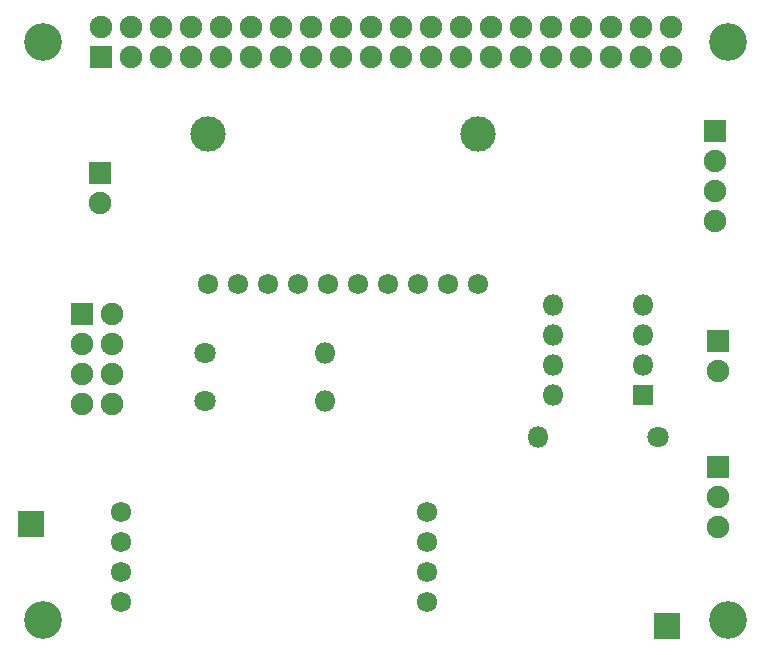
<source format=gts>
G04 #@! TF.GenerationSoftware,KiCad,Pcbnew,5.1.5+dfsg1-2~bpo10+1*
G04 #@! TF.CreationDate,2020-04-27T23:17:52+02:00*
G04 #@! TF.ProjectId,pressure-rev1,70726573-7375-4726-952d-726576312e6b,rev?*
G04 #@! TF.SameCoordinates,Original*
G04 #@! TF.FileFunction,Soldermask,Top*
G04 #@! TF.FilePolarity,Negative*
%FSLAX46Y46*%
G04 Gerber Fmt 4.6, Leading zero omitted, Abs format (unit mm)*
G04 Created by KiCad (PCBNEW 5.1.5+dfsg1-2~bpo10+1) date 2020-04-27 23:17:52*
%MOMM*%
%LPD*%
G04 APERTURE LIST*
%ADD10C,1.724000*%
%ADD11C,2.994000*%
%ADD12R,1.900000X1.900000*%
%ADD13O,1.900000X1.900000*%
%ADD14C,3.200000*%
%ADD15R,2.200000X2.200000*%
%ADD16C,1.800000*%
%ADD17O,1.800000X1.800000*%
%ADD18R,1.800000X1.800000*%
G04 APERTURE END LIST*
D10*
X96012000Y-84836000D03*
X98552000Y-84836000D03*
X101092000Y-84836000D03*
X103632000Y-84836000D03*
X106172000Y-84836000D03*
X108712000Y-84836000D03*
X111252000Y-84836000D03*
X113792000Y-84836000D03*
X116332000Y-84836000D03*
X118872000Y-84836000D03*
D11*
X96012000Y-72136000D03*
X118872000Y-72136000D03*
D12*
X86920000Y-65590000D03*
D13*
X86920000Y-63050000D03*
X89460000Y-65590000D03*
X89460000Y-63050000D03*
X92000000Y-65590000D03*
X92000000Y-63050000D03*
X94540000Y-65590000D03*
X94540000Y-63050000D03*
X97080000Y-65590000D03*
X97080000Y-63050000D03*
X99620000Y-65590000D03*
X99620000Y-63050000D03*
X102160000Y-65590000D03*
X102160000Y-63050000D03*
X104700000Y-65590000D03*
X104700000Y-63050000D03*
X107240000Y-65590000D03*
X107240000Y-63050000D03*
X109780000Y-65590000D03*
X109780000Y-63050000D03*
X112320000Y-65590000D03*
X112320000Y-63050000D03*
X114860000Y-65590000D03*
X114860000Y-63050000D03*
X117400000Y-65590000D03*
X117400000Y-63050000D03*
X119940000Y-65590000D03*
X119940000Y-63050000D03*
X122480000Y-65590000D03*
X122480000Y-63050000D03*
X125020000Y-65590000D03*
X125020000Y-63050000D03*
X127560000Y-65590000D03*
X127560000Y-63050000D03*
X130100000Y-65590000D03*
X130100000Y-63050000D03*
X132640000Y-65590000D03*
X132640000Y-63050000D03*
X135180000Y-65590000D03*
X135180000Y-63050000D03*
D14*
X82040000Y-64310000D03*
X140040000Y-64330000D03*
X82040000Y-113320000D03*
X140030000Y-113310000D03*
D12*
X86868000Y-75438000D03*
D13*
X86868000Y-77978000D03*
D12*
X85344000Y-87376000D03*
D13*
X87884000Y-87376000D03*
X85344000Y-89916000D03*
X87884000Y-89916000D03*
X85344000Y-92456000D03*
X87884000Y-92456000D03*
X85344000Y-94996000D03*
X87884000Y-94996000D03*
D12*
X139192000Y-89662000D03*
D13*
X139192000Y-92202000D03*
D10*
X88646000Y-104140000D03*
X88646000Y-106680000D03*
X88646000Y-109220000D03*
X88646000Y-111760000D03*
X114554000Y-111760000D03*
X114554000Y-109220000D03*
X114554000Y-106680000D03*
X114554000Y-104140000D03*
D15*
X81026000Y-105156000D03*
X134874000Y-113792000D03*
D12*
X138938000Y-71882000D03*
D13*
X138938000Y-74422000D03*
X138938000Y-76962000D03*
X138938000Y-79502000D03*
D16*
X95758000Y-90678000D03*
D17*
X105918000Y-90678000D03*
X105918000Y-94742000D03*
D16*
X95758000Y-94742000D03*
X134112000Y-97790000D03*
D17*
X123952000Y-97790000D03*
D18*
X132842000Y-94234000D03*
D17*
X125222000Y-86614000D03*
X132842000Y-91694000D03*
X125222000Y-89154000D03*
X132842000Y-89154000D03*
X125222000Y-91694000D03*
X132842000Y-86614000D03*
X125222000Y-94234000D03*
D12*
X139192000Y-100330000D03*
D13*
X139192000Y-102870000D03*
X139192000Y-105410000D03*
M02*

</source>
